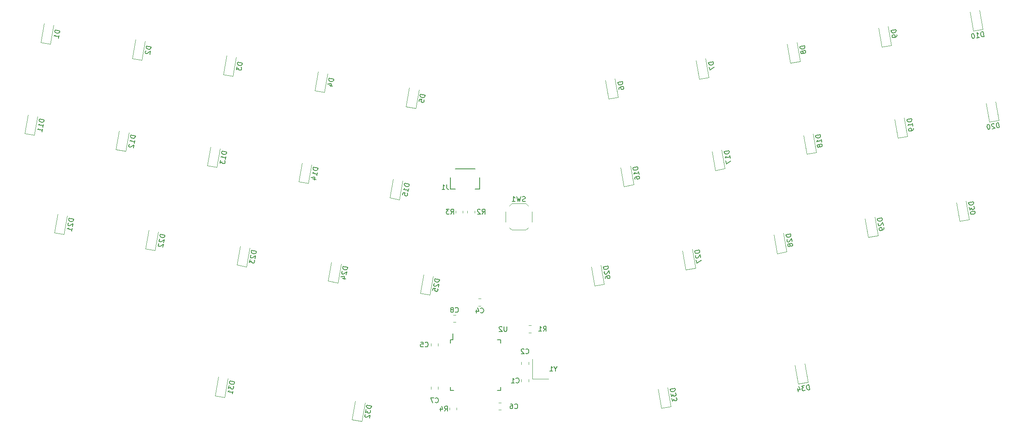
<source format=gbr>
%TF.GenerationSoftware,KiCad,Pcbnew,(6.0.4-0)*%
%TF.CreationDate,2023-01-13T14:19:42-08:00*%
%TF.ProjectId,AlphaStag,416c7068-6153-4746-9167-2e6b69636164,v1.0.0*%
%TF.SameCoordinates,Original*%
%TF.FileFunction,Legend,Bot*%
%TF.FilePolarity,Positive*%
%FSLAX46Y46*%
G04 Gerber Fmt 4.6, Leading zero omitted, Abs format (unit mm)*
G04 Created by KiCad (PCBNEW (6.0.4-0)) date 2023-01-13 14:19:42*
%MOMM*%
%LPD*%
G01*
G04 APERTURE LIST*
%ADD10C,0.150000*%
%ADD11C,0.120000*%
G04 APERTURE END LIST*
D10*
%TO.C,SW1*%
X138133333Y-63604761D02*
X137990476Y-63652380D01*
X137752380Y-63652380D01*
X137657142Y-63604761D01*
X137609523Y-63557142D01*
X137561904Y-63461904D01*
X137561904Y-63366666D01*
X137609523Y-63271428D01*
X137657142Y-63223809D01*
X137752380Y-63176190D01*
X137942857Y-63128571D01*
X138038095Y-63080952D01*
X138085714Y-63033333D01*
X138133333Y-62938095D01*
X138133333Y-62842857D01*
X138085714Y-62747619D01*
X138038095Y-62700000D01*
X137942857Y-62652380D01*
X137704761Y-62652380D01*
X137561904Y-62700000D01*
X137228571Y-62652380D02*
X136990476Y-63652380D01*
X136800000Y-62938095D01*
X136609523Y-63652380D01*
X136371428Y-62652380D01*
X135466666Y-63652380D02*
X136038095Y-63652380D01*
X135752380Y-63652380D02*
X135752380Y-62652380D01*
X135847619Y-62795238D01*
X135942857Y-62890476D01*
X136038095Y-62938095D01*
%TO.C,D29*%
X211450251Y-67034155D02*
X210465444Y-67207804D01*
X210506788Y-67442282D01*
X210578491Y-67574699D01*
X210688820Y-67651953D01*
X210790880Y-67682310D01*
X210986732Y-67696130D01*
X211127418Y-67671323D01*
X211306732Y-67591352D01*
X211392254Y-67527918D01*
X211469507Y-67417589D01*
X211491596Y-67268633D01*
X211450251Y-67034155D01*
X210724614Y-68129178D02*
X210685987Y-68184342D01*
X210655630Y-68286403D01*
X210696974Y-68520881D01*
X210760408Y-68606403D01*
X210815573Y-68645029D01*
X210917633Y-68675387D01*
X211011424Y-68658849D01*
X211143842Y-68587147D01*
X211607362Y-67925172D01*
X211714858Y-68534815D01*
X211797548Y-69003771D02*
X211830623Y-69191353D01*
X211800266Y-69293413D01*
X211761639Y-69348578D01*
X211637490Y-69467176D01*
X211458177Y-69547148D01*
X211083012Y-69613299D01*
X210980952Y-69582942D01*
X210925787Y-69544315D01*
X210862354Y-69458793D01*
X210829278Y-69271210D01*
X210859635Y-69169150D01*
X210898262Y-69113986D01*
X210983784Y-69050552D01*
X211218262Y-69009207D01*
X211320323Y-69039565D01*
X211375487Y-69078192D01*
X211438921Y-69163714D01*
X211471997Y-69351296D01*
X211441639Y-69453356D01*
X211403012Y-69508521D01*
X211317490Y-69571954D01*
%TO.C,D15*%
X114337948Y-60100750D02*
X113353141Y-59927101D01*
X113311796Y-60161580D01*
X113333884Y-60310535D01*
X113411138Y-60420864D01*
X113496660Y-60484298D01*
X113675973Y-60564269D01*
X113816660Y-60589076D01*
X114012512Y-60575257D01*
X114114572Y-60544899D01*
X114224901Y-60467646D01*
X114296603Y-60335228D01*
X114337948Y-60100750D01*
X114073342Y-61601409D02*
X114172569Y-61038662D01*
X114122955Y-61320035D02*
X113138148Y-61146387D01*
X113295372Y-61077403D01*
X113405701Y-61000150D01*
X113469135Y-60914627D01*
X112931424Y-62318777D02*
X113014113Y-61849821D01*
X113491338Y-61885615D01*
X113436174Y-61924242D01*
X113372740Y-62009764D01*
X113331395Y-62244242D01*
X113361753Y-62346302D01*
X113400380Y-62401467D01*
X113485902Y-62464901D01*
X113720380Y-62506245D01*
X113822440Y-62475888D01*
X113877605Y-62437261D01*
X113941038Y-62351739D01*
X113982383Y-62117261D01*
X113952025Y-62015201D01*
X113913399Y-61960036D01*
%TO.C,D9*%
X214297239Y-28327936D02*
X213312431Y-28501585D01*
X213353776Y-28736063D01*
X213425478Y-28868481D01*
X213535808Y-28945734D01*
X213637868Y-28976092D01*
X213833719Y-28989911D01*
X213974406Y-28965104D01*
X214153719Y-28885133D01*
X214239242Y-28821699D01*
X214316495Y-28711370D01*
X214338584Y-28562414D01*
X214297239Y-28327936D01*
X214479156Y-29359640D02*
X214512232Y-29547222D01*
X214481874Y-29649282D01*
X214443248Y-29704447D01*
X214319099Y-29823045D01*
X214139785Y-29903017D01*
X213764620Y-29969168D01*
X213662560Y-29938811D01*
X213607396Y-29900184D01*
X213543962Y-29814662D01*
X213510886Y-29627079D01*
X213541244Y-29525019D01*
X213579871Y-29469854D01*
X213665393Y-29406421D01*
X213899871Y-29365076D01*
X214001931Y-29395434D01*
X214057096Y-29434060D01*
X214120529Y-29519583D01*
X214153605Y-29707165D01*
X214123247Y-29809225D01*
X214084621Y-29864390D01*
X213999098Y-29927823D01*
%TO.C,D6*%
X158153309Y-39033621D02*
X157168501Y-39207270D01*
X157209846Y-39441748D01*
X157281548Y-39574166D01*
X157391878Y-39651419D01*
X157493938Y-39681777D01*
X157689789Y-39695596D01*
X157830476Y-39670789D01*
X158009789Y-39590818D01*
X158095312Y-39527384D01*
X158172565Y-39417055D01*
X158194654Y-39268099D01*
X158153309Y-39033621D01*
X157416570Y-40614138D02*
X157383494Y-40426555D01*
X157413852Y-40324495D01*
X157452478Y-40269331D01*
X157576627Y-40150733D01*
X157755941Y-40070761D01*
X158131106Y-40004609D01*
X158233166Y-40034967D01*
X158288330Y-40073594D01*
X158351764Y-40159116D01*
X158384840Y-40346698D01*
X158354482Y-40448759D01*
X158315855Y-40503923D01*
X158230333Y-40567357D01*
X157995855Y-40608702D01*
X157893795Y-40578344D01*
X157838630Y-40539717D01*
X157775197Y-40454195D01*
X157742121Y-40266613D01*
X157772479Y-40164552D01*
X157811105Y-40109388D01*
X157896628Y-40045954D01*
%TO.C,D24*%
X101649656Y-77207339D02*
X100664849Y-77033690D01*
X100623504Y-77268169D01*
X100645592Y-77417124D01*
X100722846Y-77527453D01*
X100808368Y-77590887D01*
X100987681Y-77670858D01*
X101128368Y-77695665D01*
X101324220Y-77681846D01*
X101426280Y-77651488D01*
X101536609Y-77574235D01*
X101608311Y-77441817D01*
X101649656Y-77207339D01*
X100593261Y-77988141D02*
X100538096Y-78026767D01*
X100474662Y-78112289D01*
X100433318Y-78346767D01*
X100463675Y-78448828D01*
X100502302Y-78503992D01*
X100587824Y-78567426D01*
X100681615Y-78583964D01*
X100830571Y-78561875D01*
X101492546Y-78098355D01*
X101385050Y-78707998D01*
X100579670Y-79436354D02*
X101236208Y-79552119D01*
X100245850Y-79135724D02*
X100990629Y-79025280D01*
X100883132Y-79634923D01*
%TO.C,D27*%
X173929075Y-73650150D02*
X172944268Y-73823799D01*
X172985612Y-74058277D01*
X173057315Y-74190694D01*
X173167644Y-74267948D01*
X173269704Y-74298305D01*
X173465556Y-74312125D01*
X173606242Y-74287318D01*
X173785556Y-74207347D01*
X173871078Y-74143913D01*
X173948331Y-74033584D01*
X173970420Y-73884628D01*
X173929075Y-73650150D01*
X173203438Y-74745173D02*
X173164811Y-74800337D01*
X173134454Y-74902398D01*
X173175798Y-75136876D01*
X173239232Y-75222398D01*
X173294397Y-75261024D01*
X173396457Y-75291382D01*
X173490248Y-75274844D01*
X173622666Y-75203142D01*
X174086186Y-74541167D01*
X174193682Y-75150810D01*
X173266757Y-75652727D02*
X173382522Y-76309266D01*
X174292910Y-75713557D01*
%TO.C,D32*%
X106556862Y-105715840D02*
X105572055Y-105542191D01*
X105530710Y-105776670D01*
X105552798Y-105925625D01*
X105630052Y-106035954D01*
X105715574Y-106099388D01*
X105894887Y-106179359D01*
X106035574Y-106204166D01*
X106231426Y-106190347D01*
X106333486Y-106159989D01*
X106443815Y-106082736D01*
X106515517Y-105950318D01*
X106556862Y-105715840D01*
X105414944Y-106433208D02*
X105307448Y-107042851D01*
X105740495Y-106780733D01*
X105715688Y-106921420D01*
X105746046Y-107023480D01*
X105784673Y-107078645D01*
X105870195Y-107142078D01*
X106104673Y-107183423D01*
X106206733Y-107153066D01*
X106261898Y-107114439D01*
X106325331Y-107028917D01*
X106374945Y-106747543D01*
X106344587Y-106645483D01*
X106305961Y-106590318D01*
X105335087Y-107434554D02*
X105279923Y-107473180D01*
X105216489Y-107558703D01*
X105175144Y-107793181D01*
X105205502Y-107895241D01*
X105244129Y-107950405D01*
X105329651Y-108013839D01*
X105423442Y-108030377D01*
X105572398Y-108008288D01*
X106234373Y-107544768D01*
X106126876Y-108154411D01*
%TO.C,J1*%
X122033333Y-60152380D02*
X122033333Y-60866666D01*
X122080952Y-61009523D01*
X122176190Y-61104761D01*
X122319047Y-61152380D01*
X122414285Y-61152380D01*
X121033333Y-61152380D02*
X121604761Y-61152380D01*
X121319047Y-61152380D02*
X121319047Y-60152380D01*
X121414285Y-60295238D01*
X121509523Y-60390476D01*
X121604761Y-60438095D01*
%TO.C,C6*%
X135966666Y-106157142D02*
X136014285Y-106204761D01*
X136157142Y-106252380D01*
X136252380Y-106252380D01*
X136395238Y-106204761D01*
X136490476Y-106109523D01*
X136538095Y-106014285D01*
X136585714Y-105823809D01*
X136585714Y-105680952D01*
X136538095Y-105490476D01*
X136490476Y-105395238D01*
X136395238Y-105300000D01*
X136252380Y-105252380D01*
X136157142Y-105252380D01*
X136014285Y-105300000D01*
X135966666Y-105347619D01*
X135109523Y-105252380D02*
X135300000Y-105252380D01*
X135395238Y-105300000D01*
X135442857Y-105347619D01*
X135538095Y-105490476D01*
X135585714Y-105680952D01*
X135585714Y-106061904D01*
X135538095Y-106157142D01*
X135490476Y-106204761D01*
X135395238Y-106252380D01*
X135204761Y-106252380D01*
X135109523Y-106204761D01*
X135061904Y-106157142D01*
X135014285Y-106061904D01*
X135014285Y-105823809D01*
X135061904Y-105728571D01*
X135109523Y-105680952D01*
X135204761Y-105633333D01*
X135395238Y-105633333D01*
X135490476Y-105680952D01*
X135538095Y-105728571D01*
X135585714Y-105823809D01*
%TO.C,D4*%
X98802669Y-38501121D02*
X97817861Y-38327473D01*
X97776516Y-38561951D01*
X97798605Y-38710906D01*
X97875858Y-38821235D01*
X97961380Y-38884669D01*
X98140694Y-38964640D01*
X98281381Y-38989447D01*
X98477232Y-38975628D01*
X98579292Y-38945270D01*
X98689621Y-38868017D01*
X98761324Y-38735599D01*
X98802669Y-38501121D01*
X97898061Y-39792223D02*
X98554600Y-39907989D01*
X97564241Y-39491594D02*
X98309020Y-39381150D01*
X98201524Y-39990793D01*
%TO.C,Y1*%
X144376190Y-98076190D02*
X144376190Y-98552380D01*
X144709523Y-97552380D02*
X144376190Y-98076190D01*
X144042857Y-97552380D01*
X143185714Y-98552380D02*
X143757142Y-98552380D01*
X143471428Y-98552380D02*
X143471428Y-97552380D01*
X143566666Y-97695238D01*
X143661904Y-97790476D01*
X143757142Y-97838095D01*
%TO.C,D19*%
X217522547Y-46619568D02*
X216537740Y-46793217D01*
X216579084Y-47027695D01*
X216650787Y-47160112D01*
X216761116Y-47237366D01*
X216863176Y-47267723D01*
X217059028Y-47281543D01*
X217199714Y-47256736D01*
X217379028Y-47176765D01*
X217464550Y-47113331D01*
X217541803Y-47003002D01*
X217563892Y-46854046D01*
X217522547Y-46619568D01*
X217787154Y-48120228D02*
X217687926Y-47557481D01*
X217737540Y-47838854D02*
X216752732Y-48012502D01*
X216876881Y-47893904D01*
X216954135Y-47783575D01*
X216984492Y-47681515D01*
X217869844Y-48589184D02*
X217902919Y-48776766D01*
X217872562Y-48878826D01*
X217833935Y-48933991D01*
X217709786Y-49052589D01*
X217530473Y-49132561D01*
X217155308Y-49198712D01*
X217053248Y-49168355D01*
X216998083Y-49129728D01*
X216934650Y-49044206D01*
X216901574Y-48856623D01*
X216931931Y-48754563D01*
X216970558Y-48699399D01*
X217056080Y-48635965D01*
X217290558Y-48594620D01*
X217392619Y-48624978D01*
X217447783Y-48663605D01*
X217511217Y-48749127D01*
X217544293Y-48936709D01*
X217513935Y-49038769D01*
X217475308Y-49093934D01*
X217389786Y-49157367D01*
%TO.C,C2*%
X138266666Y-94857142D02*
X138314285Y-94904761D01*
X138457142Y-94952380D01*
X138552380Y-94952380D01*
X138695238Y-94904761D01*
X138790476Y-94809523D01*
X138838095Y-94714285D01*
X138885714Y-94523809D01*
X138885714Y-94380952D01*
X138838095Y-94190476D01*
X138790476Y-94095238D01*
X138695238Y-94000000D01*
X138552380Y-93952380D01*
X138457142Y-93952380D01*
X138314285Y-94000000D01*
X138266666Y-94047619D01*
X137885714Y-94047619D02*
X137838095Y-94000000D01*
X137742857Y-93952380D01*
X137504761Y-93952380D01*
X137409523Y-94000000D01*
X137361904Y-94047619D01*
X137314285Y-94142857D01*
X137314285Y-94238095D01*
X137361904Y-94380952D01*
X137933333Y-94952380D01*
X137314285Y-94952380D01*
%TO.C,D10*%
X232374393Y-29734649D02*
X232200744Y-28749842D01*
X231966266Y-28791186D01*
X231833849Y-28862889D01*
X231756595Y-28973218D01*
X231726238Y-29075278D01*
X231712418Y-29271130D01*
X231737225Y-29411816D01*
X231817196Y-29591130D01*
X231880630Y-29676652D01*
X231990959Y-29753905D01*
X232139915Y-29775994D01*
X232374393Y-29734649D01*
X230873733Y-29999256D02*
X231436480Y-29900028D01*
X231155107Y-29949642D02*
X230981459Y-28964834D01*
X231100057Y-29088983D01*
X231210386Y-29166237D01*
X231312446Y-29196594D01*
X230090442Y-29121945D02*
X229996651Y-29138483D01*
X229911129Y-29201916D01*
X229872502Y-29257081D01*
X229842144Y-29359141D01*
X229828325Y-29554992D01*
X229869669Y-29789470D01*
X229949641Y-29968784D01*
X230013074Y-30054306D01*
X230068239Y-30092933D01*
X230170299Y-30123290D01*
X230264090Y-30106753D01*
X230349613Y-30043319D01*
X230388239Y-29988154D01*
X230418597Y-29886094D01*
X230432417Y-29690243D01*
X230391072Y-29455765D01*
X230311100Y-29276451D01*
X230247667Y-29190929D01*
X230192502Y-29152302D01*
X230090442Y-29121945D01*
%TO.C,D5*%
X117563257Y-41809119D02*
X116578449Y-41635471D01*
X116537104Y-41869949D01*
X116559193Y-42018904D01*
X116636446Y-42129233D01*
X116721968Y-42192667D01*
X116901282Y-42272638D01*
X117041969Y-42297445D01*
X117237820Y-42283626D01*
X117339880Y-42253268D01*
X117450209Y-42176015D01*
X117521912Y-42043597D01*
X117563257Y-41809119D01*
X116322111Y-43089234D02*
X116404801Y-42620278D01*
X116882026Y-42656072D01*
X116826861Y-42694699D01*
X116763428Y-42780221D01*
X116722083Y-43014699D01*
X116752441Y-43116759D01*
X116791067Y-43171924D01*
X116876589Y-43235358D01*
X117111067Y-43276702D01*
X117213128Y-43246345D01*
X117268292Y-43207718D01*
X117331726Y-43122196D01*
X117373071Y-42887718D01*
X117342713Y-42785658D01*
X117304086Y-42730493D01*
%TO.C,U2*%
X134361904Y-89352380D02*
X134361904Y-90161904D01*
X134314285Y-90257142D01*
X134266666Y-90304761D01*
X134171428Y-90352380D01*
X133980952Y-90352380D01*
X133885714Y-90304761D01*
X133838095Y-90257142D01*
X133790476Y-90161904D01*
X133790476Y-89352380D01*
X133361904Y-89447619D02*
X133314285Y-89400000D01*
X133219047Y-89352380D01*
X132980952Y-89352380D01*
X132885714Y-89400000D01*
X132838095Y-89447619D01*
X132790476Y-89542857D01*
X132790476Y-89638095D01*
X132838095Y-89780952D01*
X133409523Y-90352380D01*
X132790476Y-90352380D01*
%TO.C,D1*%
X42520906Y-28577128D02*
X41536098Y-28403480D01*
X41494753Y-28637958D01*
X41516842Y-28786913D01*
X41594095Y-28897242D01*
X41679617Y-28960676D01*
X41858931Y-29040647D01*
X41999618Y-29065454D01*
X42195469Y-29051635D01*
X42297529Y-29021277D01*
X42407858Y-28944024D01*
X42479561Y-28811606D01*
X42520906Y-28577128D01*
X42256299Y-30077787D02*
X42355526Y-29515040D01*
X42305913Y-29796414D02*
X41321105Y-29622765D01*
X41478330Y-29553781D01*
X41588659Y-29476528D01*
X41652092Y-29391005D01*
%TO.C,R3*%
X122868414Y-66239880D02*
X123201748Y-65763690D01*
X123439843Y-66239880D02*
X123439843Y-65239880D01*
X123058890Y-65239880D01*
X122963652Y-65287500D01*
X122916033Y-65335119D01*
X122868414Y-65430357D01*
X122868414Y-65573214D01*
X122916033Y-65668452D01*
X122963652Y-65716071D01*
X123058890Y-65763690D01*
X123439843Y-65763690D01*
X122535081Y-65239880D02*
X121916033Y-65239880D01*
X122249367Y-65620833D01*
X122106509Y-65620833D01*
X122011271Y-65668452D01*
X121963652Y-65716071D01*
X121916033Y-65811309D01*
X121916033Y-66049404D01*
X121963652Y-66144642D01*
X122011271Y-66192261D01*
X122106509Y-66239880D01*
X122392224Y-66239880D01*
X122487462Y-66192261D01*
X122535081Y-66144642D01*
%TO.C,D33*%
X168915882Y-102107473D02*
X167931075Y-102281122D01*
X167972419Y-102515600D01*
X168044122Y-102648017D01*
X168154451Y-102725271D01*
X168256511Y-102755628D01*
X168452363Y-102769448D01*
X168593049Y-102744641D01*
X168772363Y-102664670D01*
X168857885Y-102601236D01*
X168935138Y-102490907D01*
X168957227Y-102341951D01*
X168915882Y-102107473D01*
X168088185Y-103172138D02*
X168195681Y-103781781D01*
X168512963Y-103387360D01*
X168537770Y-103528047D01*
X168601204Y-103613569D01*
X168656368Y-103652196D01*
X168758429Y-103682553D01*
X168992907Y-103641209D01*
X169078429Y-103577775D01*
X169117055Y-103522611D01*
X169147413Y-103420550D01*
X169097799Y-103139177D01*
X169034366Y-103053654D01*
X168979201Y-103015028D01*
X168253564Y-104110050D02*
X168361060Y-104719693D01*
X168678343Y-104325272D01*
X168703149Y-104465959D01*
X168766583Y-104551481D01*
X168821748Y-104590108D01*
X168923808Y-104620466D01*
X169158286Y-104579121D01*
X169243808Y-104515687D01*
X169282435Y-104460523D01*
X169312792Y-104358463D01*
X169263179Y-104077089D01*
X169199745Y-103991567D01*
X169144581Y-103952940D01*
%TO.C,R4*%
X121566666Y-106752380D02*
X121900000Y-106276190D01*
X122138095Y-106752380D02*
X122138095Y-105752380D01*
X121757142Y-105752380D01*
X121661904Y-105800000D01*
X121614285Y-105847619D01*
X121566666Y-105942857D01*
X121566666Y-106085714D01*
X121614285Y-106180952D01*
X121661904Y-106228571D01*
X121757142Y-106276190D01*
X122138095Y-106276190D01*
X120709523Y-106085714D02*
X120709523Y-106752380D01*
X120947619Y-105704761D02*
X121185714Y-106419047D01*
X120566666Y-106419047D01*
%TO.C,D14*%
X95577360Y-56792753D02*
X94592553Y-56619104D01*
X94551208Y-56853583D01*
X94573296Y-57002538D01*
X94650550Y-57112867D01*
X94736072Y-57176301D01*
X94915385Y-57256272D01*
X95056072Y-57281079D01*
X95251924Y-57267260D01*
X95353984Y-57236902D01*
X95464313Y-57159649D01*
X95536015Y-57027231D01*
X95577360Y-56792753D01*
X95312754Y-58293412D02*
X95411981Y-57730665D01*
X95362367Y-58012038D02*
X94377560Y-57838390D01*
X94534784Y-57769406D01*
X94645113Y-57692153D01*
X94708547Y-57606630D01*
X94507374Y-59021768D02*
X95163912Y-59137533D01*
X94173554Y-58721138D02*
X94918333Y-58610694D01*
X94810836Y-59220337D01*
%TO.C,D17*%
X180001371Y-53235564D02*
X179016564Y-53409213D01*
X179057908Y-53643691D01*
X179129611Y-53776108D01*
X179239940Y-53853362D01*
X179342000Y-53883719D01*
X179537852Y-53897539D01*
X179678538Y-53872732D01*
X179857852Y-53792761D01*
X179943374Y-53729327D01*
X180020627Y-53618998D01*
X180042716Y-53470042D01*
X180001371Y-53235564D01*
X180265978Y-54736224D02*
X180166750Y-54173477D01*
X180216364Y-54454850D02*
X179231556Y-54628498D01*
X179355705Y-54509900D01*
X179432959Y-54399571D01*
X179463316Y-54297511D01*
X179339053Y-55238141D02*
X179454818Y-55894680D01*
X180365206Y-55298971D01*
%TO.C,D22*%
X64128481Y-70591344D02*
X63143674Y-70417695D01*
X63102329Y-70652174D01*
X63124417Y-70801129D01*
X63201671Y-70911458D01*
X63287193Y-70974892D01*
X63466506Y-71054863D01*
X63607193Y-71079670D01*
X63803045Y-71065851D01*
X63905105Y-71035493D01*
X64015434Y-70958240D01*
X64087136Y-70825822D01*
X64128481Y-70591344D01*
X63072086Y-71372146D02*
X63016921Y-71410772D01*
X62953487Y-71496294D01*
X62912143Y-71730772D01*
X62942500Y-71832833D01*
X62981127Y-71887997D01*
X63066649Y-71951431D01*
X63160440Y-71967969D01*
X63309396Y-71945880D01*
X63971371Y-71482360D01*
X63863875Y-72092003D01*
X62906706Y-72310058D02*
X62851542Y-72348684D01*
X62788108Y-72434207D01*
X62746763Y-72668685D01*
X62777121Y-72770745D01*
X62815748Y-72825909D01*
X62901270Y-72889343D01*
X62995061Y-72905881D01*
X63144017Y-72883792D01*
X63805992Y-72420272D01*
X63698495Y-73029915D01*
%TO.C,D30*%
X230210838Y-63726157D02*
X229226031Y-63899806D01*
X229267375Y-64134284D01*
X229339078Y-64266701D01*
X229449407Y-64343955D01*
X229551467Y-64374312D01*
X229747319Y-64388132D01*
X229888005Y-64363325D01*
X230067319Y-64283354D01*
X230152841Y-64219920D01*
X230230094Y-64109591D01*
X230252183Y-63960635D01*
X230210838Y-63726157D01*
X229383141Y-64790822D02*
X229490637Y-65400465D01*
X229807919Y-65006044D01*
X229832726Y-65146731D01*
X229896160Y-65232253D01*
X229951324Y-65270880D01*
X230053385Y-65301237D01*
X230287863Y-65259893D01*
X230373385Y-65196459D01*
X230412011Y-65141295D01*
X230442369Y-65039234D01*
X230392755Y-64757861D01*
X230329322Y-64672338D01*
X230274157Y-64633712D01*
X229598134Y-66010108D02*
X229614672Y-66103899D01*
X229678105Y-66189421D01*
X229733270Y-66228048D01*
X229835330Y-66258406D01*
X230031181Y-66272225D01*
X230265659Y-66230881D01*
X230444973Y-66150909D01*
X230530495Y-66087476D01*
X230569122Y-66032311D01*
X230599479Y-65930251D01*
X230582942Y-65836460D01*
X230519508Y-65750937D01*
X230464343Y-65712311D01*
X230362283Y-65681953D01*
X230166432Y-65668133D01*
X229931954Y-65709478D01*
X229752640Y-65789450D01*
X229667118Y-65852883D01*
X229628491Y-65908048D01*
X229598134Y-66010108D01*
%TO.C,D8*%
X195536651Y-31635934D02*
X194551843Y-31809583D01*
X194593188Y-32044061D01*
X194664890Y-32176479D01*
X194775220Y-32253732D01*
X194877280Y-32284090D01*
X195073131Y-32297909D01*
X195213818Y-32273102D01*
X195393131Y-32193131D01*
X195478654Y-32129697D01*
X195555907Y-32019368D01*
X195577996Y-31870412D01*
X195536651Y-31635934D01*
X195172359Y-32860657D02*
X195108925Y-32775134D01*
X195053761Y-32736508D01*
X194951700Y-32706150D01*
X194904805Y-32714419D01*
X194819283Y-32777852D01*
X194780656Y-32833017D01*
X194750298Y-32935077D01*
X194783374Y-33122660D01*
X194846808Y-33208182D01*
X194901972Y-33246809D01*
X195004032Y-33277166D01*
X195050928Y-33268897D01*
X195136450Y-33205464D01*
X195175077Y-33150299D01*
X195205434Y-33048239D01*
X195172359Y-32860657D01*
X195202716Y-32758596D01*
X195241343Y-32703432D01*
X195326865Y-32639998D01*
X195514448Y-32606922D01*
X195616508Y-32637280D01*
X195671672Y-32675907D01*
X195735106Y-32761429D01*
X195768182Y-32949011D01*
X195737824Y-33051072D01*
X195699197Y-33106236D01*
X195613675Y-33169670D01*
X195426093Y-33202746D01*
X195324033Y-33172388D01*
X195268868Y-33133761D01*
X195205434Y-33048239D01*
%TO.C,D26*%
X155168488Y-76958148D02*
X154183681Y-77131797D01*
X154225025Y-77366275D01*
X154296728Y-77498692D01*
X154407057Y-77575946D01*
X154509117Y-77606303D01*
X154704969Y-77620123D01*
X154845655Y-77595316D01*
X155024969Y-77515345D01*
X155110491Y-77451911D01*
X155187744Y-77341582D01*
X155209833Y-77192626D01*
X155168488Y-76958148D01*
X154442851Y-78053171D02*
X154404224Y-78108335D01*
X154373867Y-78210396D01*
X154415211Y-78444874D01*
X154478645Y-78530396D01*
X154533810Y-78569022D01*
X154635870Y-78599380D01*
X154729661Y-78582842D01*
X154862079Y-78511140D01*
X155325599Y-77849165D01*
X155433095Y-78458808D01*
X154597129Y-79476577D02*
X154564053Y-79288994D01*
X154594410Y-79186934D01*
X154633037Y-79131770D01*
X154757186Y-79013172D01*
X154936499Y-78933200D01*
X155311664Y-78867049D01*
X155413724Y-78897406D01*
X155468889Y-78936033D01*
X155532323Y-79021555D01*
X155565398Y-79209138D01*
X155535041Y-79311198D01*
X155496414Y-79366362D01*
X155410892Y-79429796D01*
X155176414Y-79471141D01*
X155074354Y-79440783D01*
X155019189Y-79402156D01*
X154955755Y-79316634D01*
X154922680Y-79129052D01*
X154953037Y-79026991D01*
X154991664Y-78971827D01*
X155077186Y-78908393D01*
%TO.C,C1*%
X136266666Y-100857142D02*
X136314285Y-100904761D01*
X136457142Y-100952380D01*
X136552380Y-100952380D01*
X136695238Y-100904761D01*
X136790476Y-100809523D01*
X136838095Y-100714285D01*
X136885714Y-100523809D01*
X136885714Y-100380952D01*
X136838095Y-100190476D01*
X136790476Y-100095238D01*
X136695238Y-100000000D01*
X136552380Y-99952380D01*
X136457142Y-99952380D01*
X136314285Y-100000000D01*
X136266666Y-100047619D01*
X135314285Y-100952380D02*
X135885714Y-100952380D01*
X135600000Y-100952380D02*
X135600000Y-99952380D01*
X135695238Y-100095238D01*
X135790476Y-100190476D01*
X135885714Y-100238095D01*
%TO.C,C4*%
X128966666Y-86457142D02*
X129014285Y-86504761D01*
X129157142Y-86552380D01*
X129252380Y-86552380D01*
X129395238Y-86504761D01*
X129490476Y-86409523D01*
X129538095Y-86314285D01*
X129585714Y-86123809D01*
X129585714Y-85980952D01*
X129538095Y-85790476D01*
X129490476Y-85695238D01*
X129395238Y-85600000D01*
X129252380Y-85552380D01*
X129157142Y-85552380D01*
X129014285Y-85600000D01*
X128966666Y-85647619D01*
X128109523Y-85885714D02*
X128109523Y-86552380D01*
X128347619Y-85504761D02*
X128585714Y-86219047D01*
X127966666Y-86219047D01*
%TO.C,D18*%
X198761959Y-49927566D02*
X197777152Y-50101215D01*
X197818496Y-50335693D01*
X197890199Y-50468110D01*
X198000528Y-50545364D01*
X198102588Y-50575721D01*
X198298440Y-50589541D01*
X198439126Y-50564734D01*
X198618440Y-50484763D01*
X198703962Y-50421329D01*
X198781215Y-50311000D01*
X198803304Y-50162044D01*
X198761959Y-49927566D01*
X199026566Y-51428226D02*
X198927338Y-50865479D01*
X198976952Y-51146852D02*
X197992144Y-51320500D01*
X198116293Y-51201902D01*
X198193547Y-51091573D01*
X198223904Y-50989513D01*
X198563046Y-52090201D02*
X198499613Y-52004678D01*
X198444448Y-51966052D01*
X198342388Y-51935694D01*
X198295492Y-51943963D01*
X198209970Y-52007397D01*
X198171343Y-52062561D01*
X198140986Y-52164621D01*
X198174062Y-52352204D01*
X198237495Y-52437726D01*
X198292660Y-52476353D01*
X198394720Y-52506710D01*
X198441616Y-52498441D01*
X198527138Y-52435008D01*
X198565764Y-52379843D01*
X198596122Y-52277783D01*
X198563046Y-52090201D01*
X198593404Y-51988140D01*
X198632031Y-51932976D01*
X198717553Y-51869542D01*
X198905135Y-51836467D01*
X199007195Y-51866824D01*
X199062360Y-51905451D01*
X199125794Y-51990973D01*
X199158869Y-52178556D01*
X199128512Y-52280616D01*
X199089885Y-52335780D01*
X199004363Y-52399214D01*
X198816780Y-52432290D01*
X198714720Y-52401932D01*
X198659556Y-52363305D01*
X198596122Y-52277783D01*
%TO.C,D23*%
X82889069Y-73899341D02*
X81904262Y-73725692D01*
X81862917Y-73960171D01*
X81885005Y-74109126D01*
X81962259Y-74219455D01*
X82047781Y-74282889D01*
X82227094Y-74362860D01*
X82367781Y-74387667D01*
X82563633Y-74373848D01*
X82665693Y-74343490D01*
X82776022Y-74266237D01*
X82847724Y-74133819D01*
X82889069Y-73899341D01*
X81832674Y-74680143D02*
X81777509Y-74718769D01*
X81714075Y-74804291D01*
X81672731Y-75038769D01*
X81703088Y-75140830D01*
X81741715Y-75195994D01*
X81827237Y-75259428D01*
X81921028Y-75275966D01*
X82069984Y-75253877D01*
X82731959Y-74790357D01*
X82624463Y-75400000D01*
X81581772Y-75554621D02*
X81474276Y-76164264D01*
X81907323Y-75902146D01*
X81882516Y-76042833D01*
X81912874Y-76144893D01*
X81951501Y-76200058D01*
X82037023Y-76263492D01*
X82271501Y-76304836D01*
X82373561Y-76274479D01*
X82428726Y-76235852D01*
X82492159Y-76150330D01*
X82541773Y-75868956D01*
X82511415Y-75766896D01*
X82472789Y-75711731D01*
%TO.C,D2*%
X61281494Y-31885125D02*
X60296686Y-31711477D01*
X60255341Y-31945955D01*
X60277430Y-32094910D01*
X60354683Y-32205239D01*
X60440205Y-32268673D01*
X60619519Y-32348644D01*
X60760206Y-32373451D01*
X60956057Y-32359632D01*
X61058117Y-32329274D01*
X61168446Y-32252021D01*
X61240149Y-32119603D01*
X61281494Y-31885125D01*
X60225098Y-32665927D02*
X60169933Y-32704553D01*
X60106500Y-32790076D01*
X60065155Y-33024554D01*
X60095513Y-33126614D01*
X60134139Y-33181778D01*
X60219662Y-33245212D01*
X60313453Y-33261750D01*
X60462409Y-33239661D01*
X61124383Y-32776141D01*
X61016887Y-33385784D01*
%TO.C,C5*%
X117566666Y-93457142D02*
X117614285Y-93504761D01*
X117757142Y-93552380D01*
X117852380Y-93552380D01*
X117995238Y-93504761D01*
X118090476Y-93409523D01*
X118138095Y-93314285D01*
X118185714Y-93123809D01*
X118185714Y-92980952D01*
X118138095Y-92790476D01*
X118090476Y-92695238D01*
X117995238Y-92600000D01*
X117852380Y-92552380D01*
X117757142Y-92552380D01*
X117614285Y-92600000D01*
X117566666Y-92647619D01*
X116661904Y-92552380D02*
X117138095Y-92552380D01*
X117185714Y-93028571D01*
X117138095Y-92980952D01*
X117042857Y-92933333D01*
X116804761Y-92933333D01*
X116709523Y-92980952D01*
X116661904Y-93028571D01*
X116614285Y-93123809D01*
X116614285Y-93361904D01*
X116661904Y-93457142D01*
X116709523Y-93504761D01*
X116804761Y-93552380D01*
X117042857Y-93552380D01*
X117138095Y-93504761D01*
X117185714Y-93457142D01*
%TO.C,D20*%
X235574393Y-48434649D02*
X235400744Y-47449842D01*
X235166266Y-47491186D01*
X235033849Y-47562889D01*
X234956595Y-47673218D01*
X234926238Y-47775278D01*
X234912418Y-47971130D01*
X234937225Y-48111816D01*
X235017196Y-48291130D01*
X235080630Y-48376652D01*
X235190959Y-48453905D01*
X235339915Y-48475994D01*
X235574393Y-48434649D01*
X234479370Y-47709012D02*
X234424206Y-47670385D01*
X234322145Y-47640028D01*
X234087667Y-47681372D01*
X234002145Y-47744806D01*
X233963519Y-47799971D01*
X233933161Y-47902031D01*
X233949699Y-47995822D01*
X234021401Y-48128240D01*
X234683376Y-48591760D01*
X234073733Y-48699256D01*
X233290442Y-47821945D02*
X233196651Y-47838483D01*
X233111129Y-47901916D01*
X233072502Y-47957081D01*
X233042144Y-48059141D01*
X233028325Y-48254992D01*
X233069669Y-48489470D01*
X233149641Y-48668784D01*
X233213074Y-48754306D01*
X233268239Y-48792933D01*
X233370299Y-48823290D01*
X233464090Y-48806753D01*
X233549613Y-48743319D01*
X233588239Y-48688154D01*
X233618597Y-48586094D01*
X233632417Y-48390243D01*
X233591072Y-48155765D01*
X233511100Y-47976451D01*
X233447667Y-47890929D01*
X233392502Y-47852302D01*
X233290442Y-47821945D01*
%TO.C,D16*%
X161240784Y-56543561D02*
X160255977Y-56717210D01*
X160297321Y-56951688D01*
X160369024Y-57084105D01*
X160479353Y-57161359D01*
X160581413Y-57191716D01*
X160777265Y-57205536D01*
X160917951Y-57180729D01*
X161097265Y-57100758D01*
X161182787Y-57037324D01*
X161260040Y-56926995D01*
X161282129Y-56778039D01*
X161240784Y-56543561D01*
X161505391Y-58044221D02*
X161406163Y-57481474D01*
X161455777Y-57762847D02*
X160470969Y-57936495D01*
X160595118Y-57817897D01*
X160672372Y-57707568D01*
X160702729Y-57605508D01*
X160669425Y-59061990D02*
X160636349Y-58874407D01*
X160666706Y-58772347D01*
X160705333Y-58717183D01*
X160829482Y-58598585D01*
X161008795Y-58518613D01*
X161383960Y-58452462D01*
X161486020Y-58482819D01*
X161541185Y-58521446D01*
X161604619Y-58606968D01*
X161637694Y-58794551D01*
X161607337Y-58896611D01*
X161568710Y-58951775D01*
X161483188Y-59015209D01*
X161248710Y-59056554D01*
X161146650Y-59026196D01*
X161091485Y-58987569D01*
X161028051Y-58902047D01*
X160994976Y-58714465D01*
X161025333Y-58612404D01*
X161063960Y-58557240D01*
X161149482Y-58493806D01*
%TO.C,R1*%
X141872916Y-90327380D02*
X142206250Y-89851190D01*
X142444345Y-90327380D02*
X142444345Y-89327380D01*
X142063392Y-89327380D01*
X141968154Y-89375000D01*
X141920535Y-89422619D01*
X141872916Y-89517857D01*
X141872916Y-89660714D01*
X141920535Y-89755952D01*
X141968154Y-89803571D01*
X142063392Y-89851190D01*
X142444345Y-89851190D01*
X140920535Y-90327380D02*
X141491964Y-90327380D01*
X141206250Y-90327380D02*
X141206250Y-89327380D01*
X141301488Y-89470238D01*
X141396726Y-89565476D01*
X141491964Y-89613095D01*
%TO.C,R2*%
X129268414Y-66239880D02*
X129601748Y-65763690D01*
X129839843Y-66239880D02*
X129839843Y-65239880D01*
X129458890Y-65239880D01*
X129363652Y-65287500D01*
X129316033Y-65335119D01*
X129268414Y-65430357D01*
X129268414Y-65573214D01*
X129316033Y-65668452D01*
X129363652Y-65716071D01*
X129458890Y-65763690D01*
X129839843Y-65763690D01*
X128887462Y-65335119D02*
X128839843Y-65287500D01*
X128744605Y-65239880D01*
X128506509Y-65239880D01*
X128411271Y-65287500D01*
X128363652Y-65335119D01*
X128316033Y-65430357D01*
X128316033Y-65525595D01*
X128363652Y-65668452D01*
X128935081Y-66239880D01*
X128316033Y-66239880D01*
%TO.C,D7*%
X176776064Y-34943932D02*
X175791256Y-35117581D01*
X175832601Y-35352059D01*
X175904303Y-35484477D01*
X176014633Y-35561730D01*
X176116693Y-35592088D01*
X176312544Y-35605907D01*
X176453231Y-35581100D01*
X176632544Y-35501129D01*
X176718067Y-35437695D01*
X176795320Y-35327366D01*
X176817409Y-35178410D01*
X176776064Y-34943932D01*
X175948366Y-36008597D02*
X176064132Y-36665136D01*
X176974519Y-36069427D01*
%TO.C,D3*%
X80042081Y-35193123D02*
X79057273Y-35019475D01*
X79015928Y-35253953D01*
X79038017Y-35402908D01*
X79115270Y-35513237D01*
X79200792Y-35576671D01*
X79380106Y-35656642D01*
X79520793Y-35681449D01*
X79716644Y-35667630D01*
X79818704Y-35637272D01*
X79929033Y-35560019D01*
X80000736Y-35427601D01*
X80042081Y-35193123D01*
X78900163Y-35910491D02*
X78792666Y-36520134D01*
X79225714Y-36258016D01*
X79200907Y-36398703D01*
X79231265Y-36500763D01*
X79269891Y-36555928D01*
X79355413Y-36619362D01*
X79589891Y-36660706D01*
X79691952Y-36630349D01*
X79747116Y-36591722D01*
X79810550Y-36506200D01*
X79860164Y-36224826D01*
X79829806Y-36122766D01*
X79791179Y-36067601D01*
%TO.C,D34*%
X196574393Y-102334648D02*
X196400744Y-101349841D01*
X196166266Y-101391185D01*
X196033849Y-101462888D01*
X195956595Y-101573217D01*
X195926238Y-101675277D01*
X195912418Y-101871129D01*
X195937225Y-102011815D01*
X196017196Y-102191129D01*
X196080630Y-102276651D01*
X196190959Y-102353904D01*
X196339915Y-102375993D01*
X196574393Y-102334648D01*
X195509728Y-101506951D02*
X194900085Y-101614447D01*
X195294506Y-101931729D01*
X195153819Y-101956536D01*
X195068297Y-102019970D01*
X195029670Y-102075134D01*
X194999313Y-102177195D01*
X195040657Y-102411673D01*
X195104091Y-102497195D01*
X195159255Y-102535821D01*
X195261316Y-102566179D01*
X195542689Y-102516565D01*
X195628212Y-102453132D01*
X195666838Y-102397967D01*
X194113847Y-102091558D02*
X194229612Y-102748096D01*
X194282173Y-101675048D02*
X194640686Y-102337137D01*
X194031043Y-102444634D01*
%TO.C,D31*%
X78415981Y-100753843D02*
X77431174Y-100580194D01*
X77389829Y-100814673D01*
X77411917Y-100963628D01*
X77489171Y-101073957D01*
X77574693Y-101137391D01*
X77754006Y-101217362D01*
X77894693Y-101242169D01*
X78090545Y-101228350D01*
X78192605Y-101197992D01*
X78302934Y-101120739D01*
X78374636Y-100988321D01*
X78415981Y-100753843D01*
X77274063Y-101471211D02*
X77166567Y-102080854D01*
X77599614Y-101818736D01*
X77574807Y-101959423D01*
X77605165Y-102061483D01*
X77643792Y-102116648D01*
X77729314Y-102180081D01*
X77963792Y-102221426D01*
X78065852Y-102191069D01*
X78121017Y-102152442D01*
X78184450Y-102066920D01*
X78234064Y-101785546D01*
X78203706Y-101683486D01*
X78165080Y-101628321D01*
X77985995Y-103192414D02*
X78085223Y-102629667D01*
X78035609Y-102911041D02*
X77050801Y-102737392D01*
X77208026Y-102668408D01*
X77318355Y-102591155D01*
X77381789Y-102505633D01*
%TO.C,D25*%
X120548077Y-79733646D02*
X119563270Y-79559997D01*
X119521925Y-79794476D01*
X119544013Y-79943431D01*
X119621267Y-80053760D01*
X119706789Y-80117194D01*
X119886102Y-80197165D01*
X120026789Y-80221972D01*
X120222641Y-80208153D01*
X120324701Y-80177795D01*
X120435030Y-80100542D01*
X120506732Y-79968124D01*
X120548077Y-79733646D01*
X119491682Y-80514448D02*
X119436517Y-80553074D01*
X119373083Y-80638596D01*
X119331739Y-80873074D01*
X119362096Y-80975135D01*
X119400723Y-81030299D01*
X119486245Y-81093733D01*
X119580036Y-81110271D01*
X119728992Y-81088182D01*
X120390967Y-80624662D01*
X120283471Y-81234305D01*
X119141553Y-81951673D02*
X119224242Y-81482717D01*
X119701467Y-81518511D01*
X119646303Y-81557138D01*
X119582869Y-81642660D01*
X119541524Y-81877138D01*
X119571882Y-81979198D01*
X119610509Y-82034363D01*
X119696031Y-82097797D01*
X119930509Y-82139141D01*
X120032569Y-82108784D01*
X120087734Y-82070157D01*
X120151167Y-81984635D01*
X120192512Y-81750157D01*
X120162154Y-81648097D01*
X120123528Y-81592932D01*
%TO.C,D11*%
X39295597Y-46868759D02*
X38310790Y-46695110D01*
X38269445Y-46929589D01*
X38291533Y-47078544D01*
X38368787Y-47188873D01*
X38454309Y-47252307D01*
X38633622Y-47332278D01*
X38774309Y-47357085D01*
X38970161Y-47343266D01*
X39072221Y-47312908D01*
X39182550Y-47235655D01*
X39254252Y-47103237D01*
X39295597Y-46868759D01*
X39030991Y-48369418D02*
X39130218Y-47806671D01*
X39080604Y-48088044D02*
X38095797Y-47914396D01*
X38253021Y-47845412D01*
X38363350Y-47768159D01*
X38426784Y-47682636D01*
X38865611Y-49307330D02*
X38964839Y-48744583D01*
X38915225Y-49025957D02*
X37930417Y-48852308D01*
X38087642Y-48783324D01*
X38197971Y-48706071D01*
X38261405Y-48620549D01*
%TO.C,D21*%
X45367893Y-67283346D02*
X44383086Y-67109697D01*
X44341741Y-67344176D01*
X44363829Y-67493131D01*
X44441083Y-67603460D01*
X44526605Y-67666894D01*
X44705918Y-67746865D01*
X44846605Y-67771672D01*
X45042457Y-67757853D01*
X45144517Y-67727495D01*
X45254846Y-67650242D01*
X45326548Y-67517824D01*
X45367893Y-67283346D01*
X44311498Y-68064148D02*
X44256333Y-68102774D01*
X44192899Y-68188296D01*
X44151555Y-68422774D01*
X44181912Y-68524835D01*
X44220539Y-68579999D01*
X44306061Y-68643433D01*
X44399852Y-68659971D01*
X44548808Y-68637882D01*
X45210783Y-68174362D01*
X45103287Y-68784005D01*
X44937907Y-69721917D02*
X45037135Y-69159170D01*
X44987521Y-69440544D02*
X44002713Y-69266895D01*
X44159938Y-69197911D01*
X44270267Y-69120658D01*
X44333701Y-69035136D01*
%TO.C,C8*%
X123766666Y-86357142D02*
X123814285Y-86404761D01*
X123957142Y-86452380D01*
X124052380Y-86452380D01*
X124195238Y-86404761D01*
X124290476Y-86309523D01*
X124338095Y-86214285D01*
X124385714Y-86023809D01*
X124385714Y-85880952D01*
X124338095Y-85690476D01*
X124290476Y-85595238D01*
X124195238Y-85500000D01*
X124052380Y-85452380D01*
X123957142Y-85452380D01*
X123814285Y-85500000D01*
X123766666Y-85547619D01*
X123195238Y-85880952D02*
X123290476Y-85833333D01*
X123338095Y-85785714D01*
X123385714Y-85690476D01*
X123385714Y-85642857D01*
X123338095Y-85547619D01*
X123290476Y-85500000D01*
X123195238Y-85452380D01*
X123004761Y-85452380D01*
X122909523Y-85500000D01*
X122861904Y-85547619D01*
X122814285Y-85642857D01*
X122814285Y-85690476D01*
X122861904Y-85785714D01*
X122909523Y-85833333D01*
X123004761Y-85880952D01*
X123195238Y-85880952D01*
X123290476Y-85928571D01*
X123338095Y-85976190D01*
X123385714Y-86071428D01*
X123385714Y-86261904D01*
X123338095Y-86357142D01*
X123290476Y-86404761D01*
X123195238Y-86452380D01*
X123004761Y-86452380D01*
X122909523Y-86404761D01*
X122861904Y-86357142D01*
X122814285Y-86261904D01*
X122814285Y-86071428D01*
X122861904Y-85976190D01*
X122909523Y-85928571D01*
X123004761Y-85880952D01*
%TO.C,D13*%
X76816773Y-53484755D02*
X75831966Y-53311106D01*
X75790621Y-53545585D01*
X75812709Y-53694540D01*
X75889963Y-53804869D01*
X75975485Y-53868303D01*
X76154798Y-53948274D01*
X76295485Y-53973081D01*
X76491337Y-53959262D01*
X76593397Y-53928904D01*
X76703726Y-53851651D01*
X76775428Y-53719233D01*
X76816773Y-53484755D01*
X76552167Y-54985414D02*
X76651394Y-54422667D01*
X76601780Y-54704040D02*
X75616973Y-54530392D01*
X75774197Y-54461408D01*
X75884526Y-54384155D01*
X75947960Y-54298632D01*
X75509476Y-55140035D02*
X75401980Y-55749678D01*
X75835027Y-55487560D01*
X75810220Y-55628247D01*
X75840578Y-55730307D01*
X75879205Y-55785472D01*
X75964727Y-55848906D01*
X76199205Y-55890250D01*
X76301265Y-55859893D01*
X76356430Y-55821266D01*
X76419863Y-55735744D01*
X76469477Y-55454370D01*
X76439119Y-55352310D01*
X76400493Y-55297145D01*
%TO.C,C7*%
X119672916Y-104932142D02*
X119720535Y-104979761D01*
X119863392Y-105027380D01*
X119958630Y-105027380D01*
X120101488Y-104979761D01*
X120196726Y-104884523D01*
X120244345Y-104789285D01*
X120291964Y-104598809D01*
X120291964Y-104455952D01*
X120244345Y-104265476D01*
X120196726Y-104170238D01*
X120101488Y-104075000D01*
X119958630Y-104027380D01*
X119863392Y-104027380D01*
X119720535Y-104075000D01*
X119672916Y-104122619D01*
X119339583Y-104027380D02*
X118672916Y-104027380D01*
X119101488Y-105027380D01*
%TO.C,D28*%
X192689663Y-70342152D02*
X191704856Y-70515801D01*
X191746200Y-70750279D01*
X191817903Y-70882696D01*
X191928232Y-70959950D01*
X192030292Y-70990307D01*
X192226144Y-71004127D01*
X192366830Y-70979320D01*
X192546144Y-70899349D01*
X192631666Y-70835915D01*
X192708919Y-70725586D01*
X192731008Y-70576630D01*
X192689663Y-70342152D01*
X191964026Y-71437175D02*
X191925399Y-71492339D01*
X191895042Y-71594400D01*
X191936386Y-71828878D01*
X191999820Y-71914400D01*
X192054985Y-71953026D01*
X192157045Y-71983384D01*
X192250836Y-71966846D01*
X192383254Y-71895144D01*
X192846774Y-71233169D01*
X192954270Y-71842812D01*
X192490750Y-72504787D02*
X192427317Y-72419264D01*
X192372152Y-72380638D01*
X192270092Y-72350280D01*
X192223196Y-72358549D01*
X192137674Y-72421983D01*
X192099047Y-72477147D01*
X192068690Y-72579207D01*
X192101766Y-72766790D01*
X192165199Y-72852312D01*
X192220364Y-72890939D01*
X192322424Y-72921296D01*
X192369320Y-72913027D01*
X192454842Y-72849594D01*
X192493468Y-72794429D01*
X192523826Y-72692369D01*
X192490750Y-72504787D01*
X192521108Y-72402726D01*
X192559735Y-72347562D01*
X192645257Y-72284128D01*
X192832839Y-72251053D01*
X192934899Y-72281410D01*
X192990064Y-72320037D01*
X193053498Y-72405559D01*
X193086573Y-72593142D01*
X193056216Y-72695202D01*
X193017589Y-72750366D01*
X192932067Y-72813800D01*
X192744484Y-72846876D01*
X192642424Y-72816518D01*
X192587260Y-72777891D01*
X192523826Y-72692369D01*
%TO.C,D12*%
X58056185Y-50176757D02*
X57071378Y-50003108D01*
X57030033Y-50237587D01*
X57052121Y-50386542D01*
X57129375Y-50496871D01*
X57214897Y-50560305D01*
X57394210Y-50640276D01*
X57534897Y-50665083D01*
X57730749Y-50651264D01*
X57832809Y-50620906D01*
X57943138Y-50543653D01*
X58014840Y-50411235D01*
X58056185Y-50176757D01*
X57791579Y-51677416D02*
X57890806Y-51114669D01*
X57841192Y-51396042D02*
X56856385Y-51222394D01*
X57013609Y-51153410D01*
X57123938Y-51076157D01*
X57187372Y-50990634D01*
X56834410Y-51895471D02*
X56779246Y-51934097D01*
X56715812Y-52019620D01*
X56674467Y-52254098D01*
X56704825Y-52356158D01*
X56743452Y-52411322D01*
X56828974Y-52474756D01*
X56922765Y-52491294D01*
X57071721Y-52469205D01*
X57733696Y-52005685D01*
X57626199Y-52615328D01*
D11*
%TO.C,SW1*%
X138250000Y-64080000D02*
X135350000Y-64080000D01*
X139520000Y-67840000D02*
X139520000Y-65760000D01*
X135350000Y-64080000D02*
X134860000Y-64570000D01*
X138250000Y-69520000D02*
X138740000Y-69030000D01*
X134080000Y-67840000D02*
X134080000Y-65760000D01*
X138250000Y-69520000D02*
X135350000Y-69520000D01*
X135350000Y-69520000D02*
X134860000Y-69030000D01*
X138250000Y-64080000D02*
X138740000Y-64570000D01*
%TO.C,D29*%
X210621502Y-70698014D02*
X208651887Y-71045311D01*
X208651887Y-71045311D02*
X207974659Y-67204560D01*
X210621502Y-70698014D02*
X209944274Y-66857264D01*
%TO.C,D15*%
X112306065Y-63260203D02*
X112983293Y-59419452D01*
X110336450Y-62912906D02*
X111013678Y-59072156D01*
X112306065Y-63260203D02*
X110336450Y-62912906D01*
%TO.C,D9*%
X213385800Y-31522839D02*
X211416185Y-31870136D01*
X213385800Y-31522839D02*
X212708572Y-27682089D01*
X211416185Y-31870136D02*
X210738957Y-28029385D01*
%TO.C,D6*%
X157241870Y-42228524D02*
X155272255Y-42575821D01*
X157241870Y-42228524D02*
X156564642Y-38387774D01*
X155272255Y-42575821D02*
X154595027Y-38735070D01*
%TO.C,D24*%
X99617773Y-80366792D02*
X97648158Y-80019495D01*
X97648158Y-80019495D02*
X98325386Y-76178745D01*
X99617773Y-80366792D02*
X100295001Y-76526041D01*
%TO.C,D27*%
X171130711Y-77661306D02*
X170453483Y-73820555D01*
X173100326Y-77314009D02*
X172423098Y-73473259D01*
X173100326Y-77314009D02*
X171130711Y-77661306D01*
%TO.C,D32*%
X104524979Y-108875293D02*
X105202207Y-105034542D01*
X102555364Y-108527996D02*
X103232592Y-104687246D01*
X104524979Y-108875293D02*
X102555364Y-108527996D01*
D10*
%TO.C,J1*%
X122801748Y-61137500D02*
X123801748Y-61137500D01*
X127801748Y-61137500D02*
X128801748Y-61137500D01*
X128801748Y-61137500D02*
X128801748Y-58737500D01*
X127801748Y-56937500D02*
X123801748Y-56937500D01*
X122801748Y-58737500D02*
X122801748Y-61137500D01*
D11*
%TO.C,C6*%
X132644998Y-105040000D02*
X133167502Y-105040000D01*
X132644998Y-106510000D02*
X133167502Y-106510000D01*
%TO.C,D4*%
X96853475Y-41191618D02*
X94883860Y-40844321D01*
X96853475Y-41191618D02*
X97530703Y-37350867D01*
X94883860Y-40844321D02*
X95561088Y-37003571D01*
%TO.C,Y1*%
X139650000Y-100100000D02*
X139650000Y-96100000D01*
X142950000Y-100100000D02*
X139650000Y-100100000D01*
%TO.C,D19*%
X216693798Y-50283427D02*
X214724183Y-50630724D01*
X216693798Y-50283427D02*
X216016570Y-46442677D01*
X214724183Y-50630724D02*
X214046955Y-46789973D01*
%TO.C,C2*%
X138835000Y-96638748D02*
X138835000Y-97161252D01*
X137365000Y-96638748D02*
X137365000Y-97161252D01*
%TO.C,D10*%
X230176773Y-28562138D02*
X229499545Y-24721387D01*
X232146388Y-28214841D02*
X231469160Y-24374091D01*
X232146388Y-28214841D02*
X230176773Y-28562138D01*
%TO.C,D5*%
X115614063Y-44499616D02*
X116291291Y-40658865D01*
X113644448Y-44152319D02*
X114321676Y-40311569D01*
X115614063Y-44499616D02*
X113644448Y-44152319D01*
D10*
%TO.C,U2*%
X133075000Y-102475000D02*
X132400000Y-102475000D01*
X122725000Y-102475000D02*
X122725000Y-101800000D01*
X123300000Y-92125000D02*
X123300000Y-90850000D01*
X122725000Y-92125000D02*
X122725000Y-92800000D01*
X133075000Y-92125000D02*
X132400000Y-92125000D01*
X133075000Y-92125000D02*
X133075000Y-92800000D01*
X122725000Y-102475000D02*
X123400000Y-102475000D01*
X133075000Y-102475000D02*
X133075000Y-101800000D01*
X122725000Y-92125000D02*
X123300000Y-92125000D01*
D11*
%TO.C,D1*%
X40571712Y-31267625D02*
X38602097Y-30920328D01*
X38602097Y-30920328D02*
X39279325Y-27079578D01*
X40571712Y-31267625D02*
X41248940Y-27426874D01*
%TO.C,R3*%
X123866748Y-65560436D02*
X123866748Y-66014564D01*
X125336748Y-65560436D02*
X125336748Y-66014564D01*
%TO.C,D33*%
X166117518Y-106118629D02*
X165440290Y-102277878D01*
X168087133Y-105771332D02*
X167409905Y-101930582D01*
X168087133Y-105771332D02*
X166117518Y-106118629D01*
%TO.C,R4*%
X124041250Y-106047936D02*
X124041250Y-106502064D01*
X122571250Y-106047936D02*
X122571250Y-106502064D01*
%TO.C,D14*%
X93545477Y-59952206D02*
X94222705Y-56111455D01*
X93545477Y-59952206D02*
X91575862Y-59604909D01*
X91575862Y-59604909D02*
X92253090Y-55764159D01*
%TO.C,D17*%
X177203007Y-57246720D02*
X176525779Y-53405969D01*
X179172622Y-56899423D02*
X177203007Y-57246720D01*
X179172622Y-56899423D02*
X178495394Y-53058673D01*
%TO.C,D22*%
X60126983Y-73403500D02*
X60804211Y-69562750D01*
X62096598Y-73750797D02*
X62773826Y-69910046D01*
X62096598Y-73750797D02*
X60126983Y-73403500D01*
%TO.C,D30*%
X229382089Y-67390016D02*
X227412474Y-67737313D01*
X227412474Y-67737313D02*
X226735246Y-63896562D01*
X229382089Y-67390016D02*
X228704861Y-63549266D01*
%TO.C,D8*%
X192655597Y-35178134D02*
X191978369Y-31337383D01*
X194625212Y-34830837D02*
X192655597Y-35178134D01*
X194625212Y-34830837D02*
X193947984Y-30990087D01*
%TO.C,D26*%
X152370124Y-80969304D02*
X151692896Y-77128553D01*
X154339739Y-80622007D02*
X152370124Y-80969304D01*
X154339739Y-80622007D02*
X153662511Y-76781257D01*
%TO.C,C1*%
X137365000Y-100761252D02*
X137365000Y-100238748D01*
X138835000Y-100761252D02*
X138835000Y-100238748D01*
%TO.C,C4*%
X128544998Y-83640000D02*
X129067502Y-83640000D01*
X128544998Y-85110000D02*
X129067502Y-85110000D01*
%TO.C,D18*%
X195963595Y-53938722D02*
X195286367Y-50097971D01*
X197933210Y-53591425D02*
X197255982Y-49750675D01*
X197933210Y-53591425D02*
X195963595Y-53938722D01*
%TO.C,D23*%
X78887571Y-76711497D02*
X79564799Y-72870747D01*
X80857186Y-77058794D02*
X78887571Y-76711497D01*
X80857186Y-77058794D02*
X81534414Y-73218043D01*
%TO.C,D2*%
X59332300Y-34575622D02*
X57362685Y-34228325D01*
X59332300Y-34575622D02*
X60009528Y-30734871D01*
X57362685Y-34228325D02*
X58039913Y-30387575D01*
%TO.C,C5*%
X120235000Y-92838748D02*
X120235000Y-93361252D01*
X118765000Y-92838748D02*
X118765000Y-93361252D01*
%TO.C,D20*%
X233484770Y-47322726D02*
X232807542Y-43481975D01*
X235454385Y-46975429D02*
X234777157Y-43134679D01*
X235454385Y-46975429D02*
X233484770Y-47322726D01*
%TO.C,D16*%
X160412035Y-60207420D02*
X159734807Y-56366670D01*
X160412035Y-60207420D02*
X158442420Y-60554717D01*
X158442420Y-60554717D02*
X157765192Y-56713966D01*
%TO.C,R1*%
X138879186Y-89140000D02*
X139333314Y-89140000D01*
X138879186Y-90610000D02*
X139333314Y-90610000D01*
%TO.C,R2*%
X126265000Y-65572936D02*
X126265000Y-66027064D01*
X127735000Y-65572936D02*
X127735000Y-66027064D01*
%TO.C,D7*%
X175864625Y-38138835D02*
X173895010Y-38486132D01*
X173895010Y-38486132D02*
X173217782Y-34645381D01*
X175864625Y-38138835D02*
X175187397Y-34298085D01*
%TO.C,D3*%
X78092887Y-37883620D02*
X78770115Y-34042869D01*
X76123272Y-37536323D02*
X76800500Y-33695573D01*
X78092887Y-37883620D02*
X76123272Y-37536323D01*
%TO.C,D34*%
X196228015Y-100809335D02*
X195550787Y-96968585D01*
X196228015Y-100809335D02*
X194258400Y-101156632D01*
X194258400Y-101156632D02*
X193581172Y-97315881D01*
%TO.C,D31*%
X74414483Y-103565999D02*
X75091711Y-99725249D01*
X76384098Y-103913296D02*
X77061326Y-100072545D01*
X76384098Y-103913296D02*
X74414483Y-103565999D01*
%TO.C,D25*%
X118516194Y-82893099D02*
X116546579Y-82545802D01*
X116546579Y-82545802D02*
X117223807Y-78705052D01*
X118516194Y-82893099D02*
X119193422Y-79052348D01*
%TO.C,D11*%
X37263714Y-50028212D02*
X35294099Y-49680915D01*
X37263714Y-50028212D02*
X37940942Y-46187461D01*
X35294099Y-49680915D02*
X35971327Y-45840165D01*
%TO.C,D21*%
X43336010Y-70442799D02*
X41366395Y-70095502D01*
X43336010Y-70442799D02*
X44013238Y-66602048D01*
X41366395Y-70095502D02*
X42043623Y-66254752D01*
%TO.C,C8*%
X123861252Y-86965000D02*
X123338748Y-86965000D01*
X123861252Y-88435000D02*
X123338748Y-88435000D01*
%TO.C,D13*%
X74784890Y-56644208D02*
X72815275Y-56296911D01*
X74784890Y-56644208D02*
X75462118Y-52803457D01*
X72815275Y-56296911D02*
X73492503Y-52456161D01*
%TO.C,C7*%
X120241250Y-102236252D02*
X120241250Y-101713748D01*
X118771250Y-102236252D02*
X118771250Y-101713748D01*
%TO.C,D28*%
X189891299Y-74353308D02*
X189214071Y-70512557D01*
X191860914Y-74006011D02*
X189891299Y-74353308D01*
X191860914Y-74006011D02*
X191183686Y-70165261D01*
%TO.C,D12*%
X56024302Y-53336210D02*
X56701530Y-49495459D01*
X56024302Y-53336210D02*
X54054687Y-52988913D01*
X54054687Y-52988913D02*
X54731915Y-49148163D01*
%TD*%
M02*

</source>
